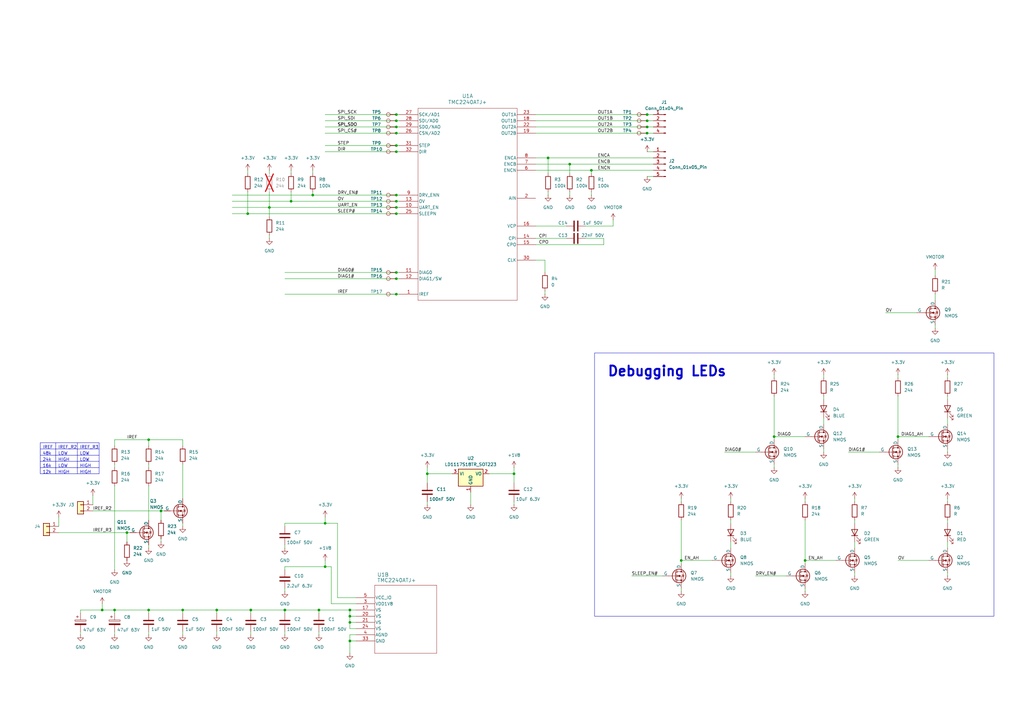
<source format=kicad_sch>
(kicad_sch (version 20250114) (generator "eeschema") (generator_version "9.0")
  (paper "A3")
  (rectangle (start 243.84 144.78) (end 407.67 252.73))
  (text "Debugging LEDs" (at 273.558 152.4 0) (effects (font (size 4 4) (thickness 0.8) (bold yes))))
  (junction (at 119.38 82.55))
  (junction (at 162.56 87.63))
  (junction (at 265.43 49.53))
  (junction (at 210.82 194.31))
  (junction (at 265.3906 54.61))
  (junction (at 162.5521 120.65))
  (junction (at 101.6 87.63))
  (junction (at 60.96 250.19))
  (junction (at 143.51 250.19))
  (junction (at 110.49 85.09))
  (junction (at 233.68 67.31))
  (junction (at 162.56 62.23))
  (junction (at 279.4 229.87))
  (junction (at 175.26 194.31))
  (junction (at 133.35 232.41))
  (junction (at 317.5 179.07))
  (junction (at 102.87 250.19))
  (junction (at 162.56 111.76))
  (junction (at 368.3 179.07))
  (junction (at 265.43 46.99))
  (junction (at 41.91 250.19))
  (junction (at 162.56 80.01))
  (junction (at 330.2 229.87))
  (junction (at 162.56 49.53))
  (junction (at 162.56 114.3))
  (junction (at 162.56 85.09))
  (junction (at 162.56 54.61))
  (junction (at 46.99 250.19))
  (junction (at 128.27 80.01))
  (junction (at 60.96 180.34))
  (junction (at 130.81 250.19))
  (junction (at 88.9 250.19))
  (junction (at 224.79 64.77))
  (junction (at 162.56 46.99))
  (junction (at 66.04 209.55))
  (junction (at 133.35 214.63))
  (junction (at 143.51 262.89))
  (junction (at 162.56 59.69))
  (junction (at 116.84 250.19))
  (junction (at 162.56 52.07))
  (junction (at 143.51 252.73))
  (junction (at 74.93 250.19))
  (junction (at 52.07 218.44))
  (junction (at 242.57 69.85))
  (junction (at 265.43 52.07))
  (junction (at 143.51 255.27))
  (junction (at 162.56 82.55))
  (wire (pts (xy 143.51 252.73) (xy 143.51 255.27)))
  (wire (pts (xy 317.5 179.07) (xy 317.5 180.34)))
  (wire (pts (xy 52.07 218.44) (xy 52.07 222.25)))
  (wire (pts (xy 143.51 257.81) (xy 146.05 257.81)))
  (wire (pts (xy 317.5 153.67) (xy 317.5 154.94)))
  (wire (pts (xy 210.82 205.74) (xy 210.82 207.01)))
  (wire (pts (xy 88.9 250.19) (xy 88.9 251.46)))
  (wire (pts (xy 347.98 185.42) (xy 360.68 185.42)))
  (wire (pts (xy 175.26 205.74) (xy 175.26 207.01)))
  (wire (pts (xy 133.35 52.07) (xy 162.56 52.07)))
  (wire (pts (xy 116.84 250.19) (xy 116.84 251.46)))
  (wire (pts (xy 24.13 212.09) (xy 24.13 215.9)))
  (wire (pts (xy 224.79 64.77) (xy 267.97 64.77)))
  (wire (pts (xy 265.3906 54.61) (xy 267.97 54.61)))
  (wire (pts (xy 130.81 250.19) (xy 130.81 251.46)))
  (wire (pts (xy 133.35 62.23) (xy 162.56 62.23)))
  (wire (pts (xy 74.93 250.19) (xy 74.93 251.46)))
  (wire (pts (xy 279.4 229.87) (xy 279.4 231.14)))
  (wire (pts (xy 133.35 214.63) (xy 138.43 214.63)))
  (wire (pts (xy 110.49 69.85) (xy 110.49 71.12)))
  (wire (pts (xy 368.3 179.07) (xy 368.3 180.34)))
  (wire (pts (xy 135.89 247.65) (xy 146.05 247.65)))
  (wire (pts (xy 41.91 250.19) (xy 46.99 250.19)))
  (wire (pts (xy 133.35 229.87) (xy 133.35 232.41)))
  (wire (pts (xy 175.26 198.12) (xy 175.26 194.31)))
  (wire (pts (xy 60.96 250.19) (xy 74.93 250.19)))
  (wire (pts (xy 33.02 250.19) (xy 33.02 251.46)))
  (wire (pts (xy 110.49 78.74) (xy 110.49 85.09)))
  (wire (pts (xy 74.93 180.34) (xy 74.93 182.88)))
  (wire (pts (xy 102.87 250.19) (xy 116.84 250.19)))
  (wire (pts (xy 162.56 114.3) (xy 163.83 114.3)))
  (wire (pts (xy 38.1 209.55) (xy 66.04 209.55)))
  (wire (pts (xy 233.68 67.31) (xy 267.97 67.31)))
  (wire (pts (xy 388.62 162.56) (xy 388.62 163.83)))
  (wire (pts (xy 101.6 69.85) (xy 101.6 71.12)))
  (wire (pts (xy 60.96 180.34) (xy 74.93 180.34)))
  (wire (pts (xy 88.9 259.08) (xy 88.9 260.35)))
  (wire (pts (xy 388.62 222.25) (xy 388.62 224.79)))
  (wire (pts (xy 299.72 213.36) (xy 299.72 214.63)))
  (wire (pts (xy 133.35 54.61) (xy 162.56 54.61)))
  (wire (pts (xy 60.96 250.19) (xy 60.96 251.46)))
  (wire (pts (xy 116.84 232.41) (xy 133.35 232.41)))
  (wire (pts (xy 128.27 80.01) (xy 162.56 80.01)))
  (wire (pts (xy 133.35 49.53) (xy 162.56 49.53)))
  (wire (pts (xy 242.57 69.85) (xy 267.97 69.85)))
  (wire (pts (xy 162.56 46.99) (xy 163.83 46.99)))
  (wire (pts (xy 138.43 245.11) (xy 146.05 245.11)))
  (wire (pts (xy 317.5 190.5) (xy 317.5 191.77)))
  (wire (pts (xy 74.93 214.63) (xy 74.93 215.9)))
  (wire (pts (xy 135.89 232.41) (xy 135.89 247.65)))
  (wire (pts (xy 95.25 87.63) (xy 101.6 87.63)))
  (wire (pts (xy 162.5521 120.65) (xy 163.83 120.65)))
  (wire (pts (xy 219.71 54.61) (xy 265.3906 54.61)))
  (wire (pts (xy 350.52 204.47) (xy 350.52 205.74)))
  (wire (pts (xy 116.84 232.41) (xy 116.84 233.68)))
  (wire (pts (xy 388.62 171.45) (xy 388.62 173.99)))
  (wire (pts (xy 175.26 194.31) (xy 185.42 194.31)))
  (wire (pts (xy 130.81 250.19) (xy 143.51 250.19)))
  (wire (pts (xy 46.99 180.34) (xy 60.96 180.34)))
  (wire (pts (xy 116.84 111.76) (xy 162.56 111.76)))
  (wire (pts (xy 95.25 82.55) (xy 119.38 82.55)))
  (wire (pts (xy 251.46 90.17) (xy 251.46 92.71)))
  (wire (pts (xy 223.52 106.68) (xy 219.71 106.68)))
  (wire (pts (xy 388.62 234.95) (xy 388.62 236.22)))
  (wire (pts (xy 110.49 85.09) (xy 110.49 88.9)))
  (wire (pts (xy 33.02 250.19) (xy 41.91 250.19)))
  (wire (pts (xy 143.51 262.89) (xy 143.51 267.97)))
  (wire (pts (xy 299.72 222.25) (xy 299.72 224.79)))
  (wire (pts (xy 60.96 180.34) (xy 60.96 182.88)))
  (wire (pts (xy 119.38 69.85) (xy 119.38 71.12)))
  (wire (pts (xy 330.2 241.3) (xy 330.2 242.57)))
  (wire (pts (xy 368.3 179.07) (xy 381 179.07)))
  (wire (pts (xy 337.82 162.56) (xy 337.82 163.83)))
  (wire (pts (xy 330.2 213.36) (xy 330.2 229.87)))
  (wire (pts (xy 219.71 46.99) (xy 265.43 46.99)))
  (wire (pts (xy 330.2 229.87) (xy 330.2 231.14)))
  (wire (pts (xy 128.27 78.74) (xy 128.27 80.01)))
  (wire (pts (xy 317.5 179.07) (xy 330.2 179.07)))
  (wire (pts (xy 116.84 259.08) (xy 116.84 260.35)))
  (wire (pts (xy 267.97 62.23) (xy 265.43 62.23)))
  (wire (pts (xy 162.56 49.53) (xy 163.83 49.53)))
  (wire (pts (xy 128.27 69.85) (xy 128.27 71.12)))
  (wire (pts (xy 233.68 78.74) (xy 233.68 80.01)))
  (wire (pts (xy 240.03 97.79) (xy 247.65 97.79)))
  (wire (pts (xy 162.56 54.61) (xy 163.83 54.61)))
  (wire (pts (xy 74.93 250.19) (xy 88.9 250.19)))
  (wire (pts (xy 317.5 162.56) (xy 317.5 179.07)))
  (wire (pts (xy 247.65 100.33) (xy 219.71 100.33)))
  (wire (pts (xy 210.82 191.77) (xy 210.82 194.31)))
  (wire (pts (xy 146.05 260.35) (xy 143.51 260.35)))
  (wire (pts (xy 60.96 259.08) (xy 60.96 260.35)))
  (wire (pts (xy 219.71 52.07) (xy 265.43 52.07)))
  (wire (pts (xy 224.79 64.77) (xy 224.79 71.12)))
  (wire (pts (xy 388.62 184.15) (xy 388.62 185.42)))
  (wire (pts (xy 102.87 259.08) (xy 102.87 260.35)))
  (wire (pts (xy 363.22 128.27) (xy 375.92 128.27)))
  (wire (pts (xy 265.43 46.99) (xy 267.97 46.99)))
  (wire (pts (xy 388.62 213.36) (xy 388.62 214.63)))
  (wire (pts (xy 224.79 78.74) (xy 224.79 80.01)))
  (wire (pts (xy 46.99 250.19) (xy 60.96 250.19)))
  (wire (pts (xy 350.52 234.95) (xy 350.52 236.22)))
  (wire (pts (xy 74.93 259.08) (xy 74.93 260.35)))
  (wire (pts (xy 101.6 78.74) (xy 101.6 87.63)))
  (wire (pts (xy 60.96 199.39) (xy 60.96 213.36)))
  (wire (pts (xy 223.52 119.38) (xy 223.52 120.65)))
  (wire (pts (xy 46.99 250.19) (xy 46.99 251.46)))
  (wire (pts (xy 102.87 250.19) (xy 102.87 251.46)))
  (wire (pts (xy 143.51 250.19) (xy 146.05 250.19)))
  (wire (pts (xy 130.81 259.08) (xy 130.81 260.35)))
  (wire (pts (xy 350.52 213.36) (xy 350.52 214.63)))
  (wire (pts (xy 110.49 85.09) (xy 162.56 85.09)))
  (wire (pts (xy 219.71 49.53) (xy 265.43 49.53)))
  (wire (pts (xy 119.38 82.55) (xy 162.56 82.55)))
  (wire (pts (xy 143.51 252.73) (xy 146.05 252.73)))
  (wire (pts (xy 46.99 190.5) (xy 46.99 191.77)))
  (wire (pts (xy 242.57 78.74) (xy 242.57 80.01)))
  (wire (pts (xy 41.91 247.65) (xy 41.91 250.19)))
  (wire (pts (xy 116.84 214.63) (xy 133.35 214.63)))
  (wire (pts (xy 223.52 111.76) (xy 223.52 106.68)))
  (wire (pts (xy 116.84 214.63) (xy 116.84 215.9)))
  (wire (pts (xy 219.71 67.31) (xy 233.68 67.31)))
  (wire (pts (xy 299.72 204.47) (xy 299.72 205.74)))
  (wire (pts (xy 383.54 120.65) (xy 383.54 123.19)))
  (wire (pts (xy 116.84 241.3) (xy 116.84 242.57)))
  (wire (pts (xy 265.43 49.53) (xy 267.97 49.53)))
  (wire (pts (xy 240.03 92.71) (xy 251.46 92.71)))
  (wire (pts (xy 95.25 80.01) (xy 128.27 80.01)))
  (wire (pts (xy 52.07 218.44) (xy 53.34 218.44)))
  (wire (pts (xy 60.96 190.5) (xy 60.96 191.77)))
  (wire (pts (xy 383.54 110.49) (xy 383.54 113.03)))
  (wire (pts (xy 46.99 182.88) (xy 46.99 180.34)))
  (wire (pts (xy 297.18 185.42) (xy 309.88 185.42)))
  (wire (pts (xy 368.3 229.87) (xy 381 229.87)))
  (wire (pts (xy 337.82 153.67) (xy 337.82 154.94)))
  (wire (pts (xy 101.6 87.63) (xy 162.56 87.63)))
  (wire (pts (xy 299.72 234.95) (xy 299.72 236.22)))
  (wire (pts (xy 162.56 59.69) (xy 163.83 59.69)))
  (wire (pts (xy 95.25 85.09) (xy 110.49 85.09)))
  (wire (pts (xy 388.62 204.47) (xy 388.62 205.74)))
  (wire (pts (xy 162.56 87.63) (xy 163.83 87.63)))
  (wire (pts (xy 116.84 250.19) (xy 130.81 250.19)))
  (wire (pts (xy 143.51 255.27) (xy 146.05 255.27)))
  (wire (pts (xy 46.99 259.08) (xy 46.99 260.35)))
  (wire (pts (xy 309.88 236.22) (xy 322.58 236.22)))
  (wire (pts (xy 242.57 69.85) (xy 242.57 71.12)))
  (wire (pts (xy 330.2 229.87) (xy 342.9 229.87)))
  (wire (pts (xy 116.84 223.52) (xy 116.84 224.79)))
  (wire (pts (xy 143.51 255.27) (xy 143.51 257.81)))
  (wire (pts (xy 383.54 133.35) (xy 383.54 134.62)))
  (wire (pts (xy 219.71 97.79) (xy 232.41 97.79)))
  (wire (pts (xy 388.62 153.67) (xy 388.62 154.94)))
  (wire (pts (xy 233.68 67.31) (xy 233.68 71.12)))
  (wire (pts (xy 265.43 72.39) (xy 267.97 72.39)))
  (wire (pts (xy 119.38 78.74) (xy 119.38 82.55)))
  (wire (pts (xy 38.1 203.2) (xy 38.1 207.01)))
  (wire (pts (xy 46.99 199.39) (xy 46.99 233.68)))
  (wire (pts (xy 368.3 153.67) (xy 368.3 154.94)))
  (wire (pts (xy 133.35 212.09) (xy 133.35 214.63)))
  (wire (pts (xy 133.35 232.41) (xy 135.89 232.41)))
  (wire (pts (xy 330.2 204.47) (xy 330.2 205.74)))
  (wire (pts (xy 279.4 229.87) (xy 292.1 229.87)))
  (wire (pts (xy 138.43 214.63) (xy 138.43 245.11)))
  (wire (pts (xy 66.04 220.98) (xy 66.04 222.25)))
  (wire (pts (xy 162.56 111.76) (xy 163.83 111.76)))
  (wire (pts (xy 350.52 222.25) (xy 350.52 224.79)))
  (wire (pts (xy 66.04 209.55) (xy 67.31 209.55)))
  (wire (pts (xy 143.51 250.19) (xy 143.51 252.73)))
  (wire (pts (xy 259.08 236.22) (xy 271.78 236.22)))
  (wire (pts (xy 162.56 80.01) (xy 163.83 80.01)))
  (wire (pts (xy 162.56 82.55) (xy 163.83 82.55)))
  (wire (pts (xy 116.84 120.65) (xy 162.5521 120.65)))
  (wire (pts (xy 210.82 198.12) (xy 210.82 194.31)))
  (wire (pts (xy 133.35 46.99) (xy 162.56 46.99)))
  (wire (pts (xy 110.49 96.52) (xy 110.49 97.79)))
  (wire (pts (xy 162.56 85.09) (xy 163.83 85.09)))
  (wire (pts (xy 337.82 171.45) (xy 337.82 173.99)))
  (wire (pts (xy 24.13 218.44) (xy 52.07 218.44)))
  (wire (pts (xy 219.71 92.71) (xy 232.41 92.71)))
  (wire (pts (xy 368.3 190.5) (xy 368.3 191.77)))
  (wire (pts (xy 279.4 241.3) (xy 279.4 242.57)))
  (wire (pts (xy 74.93 190.5) (xy 74.93 204.47)))
  (wire (pts (xy 337.82 184.15) (xy 337.82 185.42)))
  (wire (pts (xy 133.35 59.69) (xy 162.56 59.69)))
  (wire (pts (xy 116.84 114.3) (xy 162.56 114.3)))
  (wire (pts (xy 210.82 194.31) (xy 200.66 194.31)))
  (wire (pts (xy 66.04 209.55) (xy 66.04 213.36)))
  (wire (pts (xy 247.65 97.79) (xy 247.65 100.33)))
  (wire (pts (xy 33.02 259.08) (xy 33.02 260.35)))
  (wire (pts (xy 193.04 201.93) (xy 193.04 207.01)))
  (wire (pts (xy 219.71 69.85) (xy 242.57 69.85)))
  (wire (pts (xy 162.56 52.07) (xy 163.83 52.07)))
  (wire (pts (xy 279.4 204.47) (xy 279.4 205.74)))
  (wire (pts (xy 219.71 64.77) (xy 224.79 64.77)))
  (wire (pts (xy 143.51 262.89) (xy 146.05 262.89)))
  (wire (pts (xy 265.43 52.07) (xy 267.97 52.07)))
  (wire (pts (xy 279.4 213.36) (xy 279.4 229.87)))
  (wire (pts (xy 60.96 223.52) (xy 60.96 224.79)))
  (wire (pts (xy 88.9 250.19) (xy 102.87 250.19)))
  (wire (pts (xy 162.56 62.23) (xy 163.83 62.23)))
  (wire (pts (xy 175.26 191.77) (xy 175.26 194.31)))
  (wire (pts (xy 368.3 162.56) (xy 368.3 179.07)))
  (wire (pts (xy 143.51 260.35) (xy 143.51 262.89)))
  (table (column_count 3) (border (external yes) (header yes)) (separators (rows yes) (cols yes)) (column_widths 6.35 8.89 8.89) (row_heights 2.54 2.54 2.54 2.54 2.54) (cells (table_cell "IREF" (at 16.51 181.61 0) (size 6.35 2.54) (margins 0.9525 0.9525 0.9525 0.9525) (span 1 1)) (table_cell "IREF_R2" (at 22.86 181.61 0) (size 8.89 2.54) (margins 0.9525 0.9525 0.9525 0.9525) (span 1 1)) (table_cell "IREF_R3" (at 31.75 181.61 0) (size 8.89 2.54) (margins 0.9525 0.9525 0.9525 0.9525) (span 1 1)) (table_cell "48k" (at 16.51 184.15 0) (size 6.35 2.54) (margins 0.9525 0.9525 0.9525 0.9525) (span 1 1)) (table_cell "LOW" (at 22.86 184.15 0) (size 8.89 2.54) (margins 0.9525 0.9525 0.9525 0.9525) (span 1 1)) (table_cell "LOW" (at 31.75 184.15 0) (size 8.89 2.54) (margins 0.9525 0.9525 0.9525 0.9525) (span 1 1)) (table_cell "24k" (at 16.51 186.69 0) (size 6.35 2.54) (margins 0.9525 0.9525 0.9525 0.9525) (span 1 1)) (table_cell "HIGH" (at 22.86 186.69 0) (size 8.89 2.54) (margins 0.9525 0.9525 0.9525 0.9525) (span 1 1)) (table_cell "LOW" (at 31.75 186.69 0) (size 8.89 2.54) (margins 0.9525 0.9525 0.9525 0.9525) (span 1 1)) (table_cell "16k" (at 16.51 189.23 0) (size 6.35 2.54) (margins 0.9525 0.9525 0.9525 0.9525) (span 1 1)) (table_cell "LOW" (at 22.86 189.23 0) (size 8.89 2.54) (margins 0.9525 0.9525 0.9525 0.9525) (span 1 1)) (table_cell "HIGH" (at 31.75 189.23 0) (size 8.89 2.54) (margins 0.9525 0.9525 0.9525 0.9525) (span 1 1)) (table_cell "12k" (at 16.51 191.77 0) (size 6.35 2.54) (margins 0.9525 0.9525 0.9525 0.9525) (span 1 1)) (table_cell "HIGH" (at 22.86 191.77 0) (size 8.89 2.54) (margins 0.9525 0.9525 0.9525 0.9525) (span 1 1)) (table_cell "HIGH" (at 31.75 191.77 0) (size 8.89 2.54) (margins 0.9525 0.9525 0.9525 0.9525) (span 1 1))))
  (label "DIR" (at 138.43 62.23 0))
  (label "OUT2B" (at 245.11 54.61 0))
  (label "SPI_SDO" (at 138.43 52.07 0))
  (label "DIAG1_AH" (at 369.57 179.07 0))
  (label "SPI_CS#" (at 138.43 54.61 0))
  (label "CPI" (at 220.98 97.79 0))
  (label "SPI_SCK" (at 138.43 46.99 0))
  (label "ENCA" (at 245.11 64.77 0))
  (label "DIAG1#" (at 138.43 114.3 0))
  (label "IREF_R2" (at 38.1 209.55 0))
  (label "IREF" (at 138.43 120.65 0))
  (label "ENCB" (at 245.11 67.31 0))
  (label "IREF" (at 52.07 180.34 0))
  (label "OUT1A" (at 245.11 46.99 0))
  (label "UART_EN" (at 138.43 85.09 0))
  (label "OV" (at 368.3 229.87 0))
  (label "SLEEP#" (at 138.43 87.63 0))
  (label "SLEEP_EN#" (at 259.08 236.22 0))
  (label "IREF_R3" (at 38.1 218.44 0))
  (label "ENCN" (at 245.11 69.85 0))
  (label "OUT1B" (at 245.11 49.53 0))
  (label "DIAG1#" (at 347.98 185.42 0))
  (label "SPI_SDI" (at 138.43 49.53 0))
  (label "OV" (at 138.43 82.55 0))
  (label "DIAG0#" (at 297.18 185.42 0))
  (label "DIAG0" (at 318.77 179.07 0))
  (label "DIAG0#" (at 138.43 111.76 0))
  (label "EN_AH" (at 280.67 229.87 0))
  (label "DRV_EN#" (at 138.43 80.01 0))
  (label "OV" (at 363.22 128.27 0))
  (label "CPO" (at 220.98 100.33 0))
  (label "DRV_EN#" (at 309.88 236.22 0))
  (label "OUT2A" (at 245.11 52.07 0))
  (label "SPI_SDO" (at 138.43 52.07 0))
  (label "EN_AH" (at 331.47 229.87 0))
  (label "STEP" (at 138.43 59.69 0))
  (symbol (lib_id "Simulation_SPICE:NMOS") (at 335.28 179.07 0) (unit 1)
    (property "Reference" "Q12" (at 341.63 177.7999 0) (effects (justify left)))
    (property "Value" "NMOS" (at 341.63 180.3399 0) (effects (justify left)))
    (property "Datasheet" "https://ngspice.sourceforge.io/docs/ngspice-html-manual/manual.xhtml#cha_MOSFETs" (effects (hide yes)))
    (property "Description" "N-MOSFET transistor, drain/source/gate" (effects (hide yes)))
    (property "Sim.Device" "NMOS" (effects (hide yes)))
    (property "Sim.Type" "VDMOS" (effects (hide yes)))
    (property "Sim.Pins" "1=D 2=G 3=S" (effects (hide yes)))
  )
  (symbol (lib_id "Device:C") (at 236.22 97.79 90) (unit 1)
    (property "Reference" "C13" (at 230.886 96.52 90))
    (property "Value" "22nF 50V" (at 243.078 96.52 90))
    (property "Description" "Unpolarized capacitor" (effects (hide yes)))
  )
  (symbol (lib_id "Device:R") (at 52.07 226.06 0) (unit 1)
    (property "Reference" "R22" (at 54.61 224.7899 0) (effects (justify left)))
    (property "Value" "24k" (at 54.61 227.3299 0) (effects (justify left)))
    (property "Description" "Resistor" (effects (hide yes)))
  )
  (symbol (lib_id "Connector:TestPoint") (at 162.56 59.69 90) (unit 1)
    (property "Reference" "TP9" (at 154.432 58.674 90))
    (property "Value" "TestPoint" (effects (hide yes)))
    (property "Description" "test point" (effects (hide yes)))
  )
  (symbol (lib_id "Device:C") (at 102.87 255.27 0) (unit 1)
    (property "Reference" "C3" (at 106.68 253.9999 0) (effects (justify left)))
    (property "Value" "100nF 50V" (at 103.632 258.064 0) (effects (justify left)))
    (property "Description" "Unpolarized capacitor" (effects (hide yes)))
  )
  (symbol (lib_id "power:GND") (at 116.84 260.35 0) (unit 1)
    (property "Reference" "#PWR03" (effects (hide yes)))
    (property "Value" "GND" (at 116.84 265.43 0))
    (property "Description" "Power symbol creates a global label with name \"GND\" , ground" (effects (hide yes)))
  )
  (symbol (lib_id "Connector:TestPoint") (at 162.56 46.99 90) (unit 1)
    (property "Reference" "TP5" (at 154.432 45.974 90))
    (property "Value" "TestPoint" (effects (hide yes)))
    (property "Description" "test point" (effects (hide yes)))
  )
  (symbol (lib_id "power:GND") (at 193.04 207.01 0) (unit 1)
    (property "Reference" "#PWR052" (effects (hide yes)))
    (property "Value" "GND" (at 193.04 212.09 0))
    (property "Description" "Power symbol creates a global label with name \"GND\" , ground" (effects (hide yes)))
  )
  (symbol (lib_id "Device:R") (at 383.54 116.84 0) (unit 1)
    (property "Reference" "R21" (at 386.08 115.5699 0) (effects (justify left)))
    (property "Value" "R" (at 386.08 118.1099 0) (effects (justify left)))
    (property "Description" "Resistor" (effects (hide yes)))
  )
  (symbol (lib_id "power:+3.3V") (at 368.3 153.67 0) (unit 1)
    (property "Reference" "#PWR046" (effects (hide yes)))
    (property "Value" "+3.3V" (at 368.3 148.59 0))
    (property "Description" "Power symbol creates a global label with name \"+3.3V\"" (effects (hide yes)))
  )
  (symbol (lib_id "power:GND") (at 143.51 267.97 0) (unit 1)
    (property "Reference" "#PWR01" (effects (hide yes)))
    (property "Value" "GND" (at 143.51 273.05 0))
    (property "Description" "Power symbol creates a global label with name \"GND\" , ground" (effects (hide yes)))
  )
  (symbol (lib_id "Device:R") (at 350.52 209.55 0) (unit 1)
    (property "Reference" "R7" (at 353.06 208.2799 0) (effects (justify left)))
    (property "Value" "R" (at 353.06 210.8199 0) (effects (justify left)))
    (property "Description" "Resistor" (effects (hide yes)))
  )
  (symbol (lib_id "power:GND") (at 66.04 222.25 0) (unit 1)
    (property "Reference" "#PWR040" (effects (hide yes)))
    (property "Value" "GND" (at 66.04 227.33 0))
    (property "Description" "Power symbol creates a global label with name \"GND\" , ground" (effects (hide yes)))
  )
  (symbol (lib_id "Device:C") (at 116.84 219.71 0) (unit 1)
    (property "Reference" "C7" (at 120.65 218.4399 0) (effects (justify left)))
    (property "Value" "100nF 50V" (at 117.602 222.504 0) (effects (justify left)))
    (property "Description" "Unpolarized capacitor" (effects (hide yes)))
  )
  (symbol (lib_id "Connector:TestPoint") (at 162.56 82.55 90) (unit 1)
    (property "Reference" "TP12" (at 154.432 81.534 90))
    (property "Value" "TestPoint" (effects (hide yes)))
    (property "Description" "test point" (effects (hide yes)))
  )
  (symbol (lib_id "Device:LED") (at 337.82 167.64 90) (unit 1)
    (property "Reference" "D4" (at 341.63 167.9574 90) (effects (justify right)))
    (property "Value" "BLUE" (at 341.63 170.4974 90) (effects (justify right)))
    (property "Description" "Light emitting diode" (effects (hide yes)))
    (property "Sim.Pins" "1=K 2=A" (effects (hide yes)))
  )
  (symbol (lib_id "Connector_Generic:Conn_01x02") (at 33.02 207.01 0) (mirror y) (unit 1)
    (property "Reference" "J3" (at 30.48 207.0099 0) (effects (justify left)))
    (property "Value" "Conn_01x02" (effects (hide yes)))
    (property "Description" "Generic connector, single row, 01x02, script generated (kicad-library-utils/schlib/autogen/connector/)" (effects (hide yes)))
  )
  (symbol (lib_id "Device:R") (at 101.6 74.93 0) (unit 1)
    (property "Reference" "R12" (at 104.14 73.6599 0) (effects (justify left)))
    (property "Value" "24k" (at 104.14 76.1999 0) (effects (justify left)))
    (property "Description" "Resistor" (effects (hide yes)))
  )
  (symbol (lib_id "Device:R") (at 74.93 186.69 0) (unit 1)
    (property "Reference" "R15" (at 77.47 185.4199 0) (effects (justify left)))
    (property "Value" "24k" (at 77.47 187.9599 0) (effects (justify left)))
    (property "Description" "Resistor" (effects (hide yes)))
  )
  (symbol (lib_id "Device:C") (at 88.9 255.27 0) (unit 1)
    (property "Reference" "C4" (at 92.71 253.9999 0) (effects (justify left)))
    (property "Value" "100nF 50V" (at 89.662 258.064 0) (effects (justify left)))
    (property "Description" "Unpolarized capacitor" (effects (hide yes)))
  )
  (symbol (lib_id "Device:C") (at 116.84 237.49 0) (unit 1)
    (property "Reference" "C10" (at 120.65 236.2199 0) (effects (justify left)))
    (property "Value" "2.2uF 6.3V" (at 117.602 240.284 0) (effects (justify left)))
    (property "Description" "Unpolarized capacitor" (effects (hide yes)))
  )
  (symbol (lib_id "power:GND") (at 233.68 80.01 0) (unit 1)
    (property "Reference" "#PWR017" (effects (hide yes)))
    (property "Value" "GND" (at 233.68 85.09 0))
    (property "Description" "Power symbol creates a global label with name \"GND\" , ground" (effects (hide yes)))
  )
  (symbol (lib_id "Simulation_SPICE:NMOS") (at 365.76 185.42 0) (unit 1)
    (property "Reference" "Q13" (at 372.11 184.1499 0) (effects (justify left)))
    (property "Value" "NMOS" (at 372.11 186.6899 0) (effects (justify left)))
    (property "Datasheet" "https://ngspice.sourceforge.io/docs/ngspice-html-manual/manual.xhtml#cha_MOSFETs" (effects (hide yes)))
    (property "Description" "N-MOSFET transistor, drain/source/gate" (effects (hide yes)))
    (property "Sim.Device" "NMOS" (effects (hide yes)))
    (property "Sim.Type" "VDMOS" (effects (hide yes)))
    (property "Sim.Pins" "1=D 2=G 3=S" (effects (hide yes)))
  )
  (symbol (lib_id "Device:C") (at 175.26 201.93 0) (unit 1)
    (property "Reference" "C11" (at 179.07 200.6599 0) (effects (justify left)))
    (property "Value" "100nF 50V" (at 176.022 204.724 0) (effects (justify left)))
    (property "Description" "Unpolarized capacitor" (effects (hide yes)))
  )
  (symbol (lib_id "Device:R") (at 337.82 158.75 0) (unit 1)
    (property "Reference" "R25" (at 340.36 157.4799 0) (effects (justify left)))
    (property "Value" "R" (at 340.36 160.0199 0) (effects (justify left)))
    (property "Description" "Resistor" (effects (hide yes)))
  )
  (symbol (lib_id "power:+3.3V") (at 175.26 191.77 0) (unit 1)
    (property "Reference" "#PWR053" (effects (hide yes)))
    (property "Value" "+3.3V" (at 175.26 186.69 0))
    (property "Description" "Power symbol creates a global label with name \"+3.3V\"" (effects (hide yes)))
  )
  (symbol (lib_id "Simulation_SPICE:NMOS") (at 58.42 218.44 0) (unit 1)
    (property "Reference" "Q11" (at 48.006 214.122 0) (effects (justify left)))
    (property "Value" "NMOS" (at 48.006 216.662 0) (effects (justify left)))
    (property "Datasheet" "https://ngspice.sourceforge.io/docs/ngspice-html-manual/manual.xhtml#cha_MOSFETs" (effects (hide yes)))
    (property "Description" "N-MOSFET transistor, drain/source/gate" (effects (hide yes)))
    (property "Sim.Device" "NMOS" (effects (hide yes)))
    (property "Sim.Type" "VDMOS" (effects (hide yes)))
    (property "Sim.Pins" "1=D 2=G 3=S" (effects (hide yes)))
  )
  (symbol (lib_id "Device:C_Polarized") (at 46.99 255.27 0) (unit 1)
    (property "Reference" "C8" (at 50.8 253.1109 0) (effects (justify left)))
    (property "Value" "47uF 63V" (at 48.006 258.318 0) (effects (justify left)))
    (property "Description" "Polarized capacitor" (effects (hide yes)))
  )
  (symbol (lib_id "power:+1V8") (at 133.35 229.87 0) (unit 1)
    (property "Reference" "#PWR08" (effects (hide yes)))
    (property "Value" "+1V8" (at 133.35 224.79 0))
    (property "Description" "Power symbol creates a global label with name \"+1V8\"" (effects (hide yes)))
  )
  (symbol (lib_id "power:GND") (at 175.26 207.01 0) (unit 1)
    (property "Reference" "#PWR050" (effects (hide yes)))
    (property "Value" "GND" (at 175.26 212.09 0))
    (property "Description" "Power symbol creates a global label with name \"GND\" , ground" (effects (hide yes)))
  )
  (symbol (lib_id "Connector:TestPoint") (at 162.56 52.07 90) (unit 1)
    (property "Reference" "TP7" (at 154.432 51.054 90))
    (property "Value" "TestPoint" (effects (hide yes)))
    (property "Description" "test point" (effects (hide yes)))
  )
  (symbol (lib_id "Device:R") (at 224.79 74.93 0) (unit 1)
    (property "Reference" "R3" (at 227.33 73.6599 0) (effects (justify left)))
    (property "Value" "100k" (at 227.33 76.1999 0) (effects (justify left)))
    (property "Description" "Resistor" (effects (hide yes)))
  )
  (symbol (lib_id "power:GND") (at 74.93 215.9 0) (unit 1)
    (property "Reference" "#PWR037" (effects (hide yes)))
    (property "Value" "GND" (at 74.93 220.98 0))
    (property "Description" "Power symbol creates a global label with name \"GND\" , ground" (effects (hide yes)))
  )
  (symbol (lib_id "Device:R") (at 119.38 74.93 0) (unit 1)
    (property "Reference" "R9" (at 121.92 73.6599 0) (effects (justify left)))
    (property "Value" "24k" (at 121.92 76.1999 0) (effects (justify left)))
    (property "Description" "Resistor" (effects (hide yes)))
  )
  (symbol (lib_id "power:+3.3V") (at 299.72 204.47 0) (unit 1)
    (property "Reference" "#PWR034" (effects (hide yes)))
    (property "Value" "+3.3V" (at 299.72 199.39 0))
    (property "Description" "Power symbol creates a global label with name \"+3.3V\"" (effects (hide yes)))
  )
  (symbol (lib_id "Device:C") (at 74.93 255.27 0) (unit 1)
    (property "Reference" "C5" (at 78.74 253.9999 0) (effects (justify left)))
    (property "Value" "1uF 50V" (at 75.946 258.064 0) (effects (justify left)))
    (property "Description" "Unpolarized capacitor" (effects (hide yes)))
  )
  (symbol (lib_id "Device:R") (at 60.96 186.69 0) (unit 1)
    (property "Reference" "R14" (at 63.5 185.4199 0) (effects (justify left)))
    (property "Value" "24k" (at 63.5 187.9599 0) (effects (justify left)))
    (property "Description" "Resistor" (effects (hide yes)))
  )
  (symbol (lib_id "Connector:TestPoint") (at 162.56 87.63 90) (unit 1)
    (property "Reference" "TP14" (at 154.432 86.614 90))
    (property "Value" "TestPoint" (effects (hide yes)))
    (property "Description" "test point" (effects (hide yes)))
  )
  (symbol (lib_id "power:GND") (at 388.62 185.42 0) (unit 1)
    (property "Reference" "#PWR049" (effects (hide yes)))
    (property "Value" "GND" (at 388.62 190.5 0))
    (property "Description" "Power symbol creates a global label with name \"GND\" , ground" (effects (hide yes)))
  )
  (symbol (lib_id "power:GND") (at 223.52 120.65 0) (unit 1)
    (property "Reference" "#PWR057" (effects (hide yes)))
    (property "Value" "GND" (at 223.52 125.73 0))
    (property "Description" "Power symbol creates a global label with name \"GND\" , ground" (effects (hide yes)))
  )
  (symbol (lib_id "Simulation_SPICE:NMOS") (at 72.39 209.55 0) (unit 1)
    (property "Reference" "Q3" (at 61.468 205.486 0) (effects (justify left)))
    (property "Value" "NMOS" (at 61.468 208.026 0) (effects (justify left)))
    (property "Datasheet" "https://ngspice.sourceforge.io/docs/ngspice-html-manual/manual.xhtml#cha_MOSFETs" (effects (hide yes)))
    (property "Description" "N-MOSFET transistor, drain/source/gate" (effects (hide yes)))
    (property "Sim.Device" "NMOS" (effects (hide yes)))
    (property "Sim.Type" "VDMOS" (effects (hide yes)))
    (property "Sim.Pins" "1=D 2=G 3=S" (effects (hide yes)))
  )
  (symbol (lib_id "power:GND") (at 52.07 229.87 0) (unit 1)
    (property "Reference" "#PWR041" (effects (hide yes)))
    (property "Value" "GND" (at 52.07 234.95 0))
    (property "Description" "Power symbol creates a global label with name \"GND\" , ground" (effects (hide yes)))
  )
  (symbol (lib_id "Connector:Conn_01x04_Pin") (at 273.05 49.53 0) (mirror y) (unit 1)
    (property "Reference" "J1" (at 272.415 41.91 0))
    (property "Value" "Conn_01x04_Pin" (at 272.415 44.45 0))
    (property "Description" "Generic connector, single row, 01x04, script generated" (effects (hide yes)))
  )
  (symbol (lib_id "power:GND") (at 210.82 207.01 0) (unit 1)
    (property "Reference" "#PWR051" (effects (hide yes)))
    (property "Value" "GND" (at 210.82 212.09 0))
    (property "Description" "Power symbol creates a global label with name \"GND\" , ground" (effects (hide yes)))
  )
  (symbol (lib_id "power:GND") (at 350.52 236.22 0) (unit 1)
    (property "Reference" "#PWR022" (effects (hide yes)))
    (property "Value" "GND" (at 350.52 241.3 0))
    (property "Description" "Power symbol creates a global label with name \"GND\" , ground" (effects (hide yes)))
  )
  (symbol (lib_id "Device:R") (at 46.99 186.69 0) (unit 1)
    (property "Reference" "R13" (at 49.53 185.4199 0) (effects (justify left)))
    (property "Value" "24k" (at 49.53 187.9599 0) (effects (justify left)))
    (property "Description" "Resistor" (effects (hide yes)))
  )
  (symbol (lib_id "power:GND") (at 337.82 185.42 0) (unit 1)
    (property "Reference" "#PWR045" (effects (hide yes)))
    (property "Value" "GND" (at 337.82 190.5 0))
    (property "Description" "Power symbol creates a global label with name \"GND\" , ground" (effects (hide yes)))
  )
  (symbol (lib_id "power:GND") (at 116.84 242.57 0) (unit 1)
    (property "Reference" "#PWR05" (effects (hide yes)))
    (property "Value" "GND" (at 116.84 247.65 0))
    (property "Description" "Power symbol creates a global label with name \"GND\" , ground" (effects (hide yes)))
  )
  (symbol (lib_id "Device:R") (at 110.49 74.93 0) (unit 1) (dnp yes)
    (property "Reference" "R10" (at 113.03 73.6599 0) (effects (justify left)))
    (property "Value" "24k" (at 113.03 76.1999 0) (effects (justify left)))
    (property "Description" "Resistor" (effects (hide yes)))
  )
  (symbol (lib_id "power:+3.3V") (at 330.2 204.47 0) (unit 1)
    (property "Reference" "#PWR030" (effects (hide yes)))
    (property "Value" "+3.3V" (at 330.2 199.39 0))
    (property "Description" "Power symbol creates a global label with name \"+3.3V\"" (effects (hide yes)))
  )
  (symbol (lib_id "Device:R") (at 66.04 217.17 0) (unit 1)
    (property "Reference" "R23" (at 68.58 215.8999 0) (effects (justify left)))
    (property "Value" "24k" (at 68.58 218.4399 0) (effects (justify left)))
    (property "Description" "Resistor" (effects (hide yes)))
  )
  (symbol (lib_id "Simulation_SPICE:NMOS") (at 314.96 185.42 0) (unit 1)
    (property "Reference" "Q10" (at 321.31 184.1499 0) (effects (justify left)))
    (property "Value" "NMOS" (at 321.31 186.6899 0) (effects (justify left)))
    (property "Datasheet" "https://ngspice.sourceforge.io/docs/ngspice-html-manual/manual.xhtml#cha_MOSFETs" (effects (hide yes)))
    (property "Description" "N-MOSFET transistor, drain/source/gate" (effects (hide yes)))
    (property "Sim.Device" "NMOS" (effects (hide yes)))
    (property "Sim.Type" "VDMOS" (effects (hide yes)))
    (property "Sim.Pins" "1=D 2=G 3=S" (effects (hide yes)))
  )
  (symbol (lib_id "power:+3.3V") (at 128.27 69.85 0) (unit 1)
    (property "Reference" "#PWR025" (effects (hide yes)))
    (property "Value" "+3.3V" (at 128.27 64.77 0))
    (property "Description" "Power symbol creates a global label with name \"+3.3V\"" (effects (hide yes)))
  )
  (symbol (lib_id "Device:LED") (at 388.62 167.64 90) (unit 1)
    (property "Reference" "D5" (at 392.43 167.9574 90) (effects (justify right)))
    (property "Value" "GREEN" (at 392.43 170.4974 90) (effects (justify right)))
    (property "Description" "Light emitting diode" (effects (hide yes)))
    (property "Sim.Pins" "1=K 2=A" (effects (hide yes)))
  )
  (symbol (lib_id "Connector:TestPoint") (at 162.56 49.53 90) (unit 1)
    (property "Reference" "TP6" (at 154.432 48.514 90))
    (property "Value" "TestPoint" (effects (hide yes)))
    (property "Description" "test point" (effects (hide yes)))
  )
  (symbol (lib_id "Device:R") (at 242.57 74.93 0) (unit 1)
    (property "Reference" "R1" (at 245.11 73.6599 0) (effects (justify left)))
    (property "Value" "100k" (at 245.11 76.1999 0) (effects (justify left)))
    (property "Description" "Resistor" (effects (hide yes)))
  )
  (symbol (lib_id "Device:C") (at 116.84 255.27 0) (unit 1)
    (property "Reference" "C2" (at 120.65 253.9999 0) (effects (justify left)))
    (property "Value" "100nF 50V" (at 117.602 258.064 0) (effects (justify left)))
    (property "Description" "Unpolarized capacitor" (effects (hide yes)))
  )
  (symbol (lib_id "Connector:TestPoint") (at 162.56 111.76 90) (unit 1)
    (property "Reference" "TP15" (at 154.432 110.744 90))
    (property "Value" "TestPoint" (effects (hide yes)))
    (property "Description" "test point" (effects (hide yes)))
  )
  (symbol (lib_id "power:GND") (at 116.84 224.79 0) (unit 1)
    (property "Reference" "#PWR04" (effects (hide yes)))
    (property "Value" "GND" (at 116.84 229.87 0))
    (property "Description" "Power symbol creates a global label with name \"GND\" , ground" (effects (hide yes)))
  )
  (symbol (lib_id "Device:R") (at 368.3 158.75 0) (unit 1)
    (property "Reference" "R26" (at 370.84 157.4799 0) (effects (justify left)))
    (property "Value" "24k" (at 370.84 160.0199 0) (effects (justify left)))
    (property "Description" "Resistor" (effects (hide yes)))
  )
  (symbol (lib_id "Connector:TestPoint") (at 162.56 54.61 90) (unit 1)
    (property "Reference" "TP8" (at 154.432 53.594 90))
    (property "Value" "TestPoint" (effects (hide yes)))
    (property "Description" "test point" (effects (hide yes)))
  )
  (symbol (lib_id "power:GND") (at 383.54 134.62 0) (unit 1)
    (property "Reference" "#PWR056" (effects (hide yes)))
    (property "Value" "GND" (at 383.54 139.7 0))
    (property "Description" "Power symbol creates a global label with name \"GND\" , ground" (effects (hide yes)))
  )
  (symbol (lib_id "Device:R") (at 128.27 74.93 0) (unit 1)
    (property "Reference" "R8" (at 130.81 73.6599 0) (effects (justify left)))
    (property "Value" "100k" (at 130.81 76.1999 0) (effects (justify left)))
    (property "Description" "Resistor" (effects (hide yes)))
  )
  (symbol (lib_id "power:+3.3V") (at 119.38 69.85 0) (unit 1)
    (property "Reference" "#PWR026" (effects (hide yes)))
    (property "Value" "+3.3V" (at 119.38 64.77 0))
    (property "Description" "Power symbol creates a global label with name \"+3.3V\"" (effects (hide yes)))
  )
  (symbol (lib_id "Connector:Conn_01x05_Pin") (at 273.05 67.31 0) (mirror y) (unit 1)
    (property "Reference" "J2" (at 274.32 66.0399 0) (effects (justify right)))
    (property "Value" "Conn_01x05_Pin" (at 274.32 68.5799 0) (effects (justify right)))
    (property "Description" "Generic connector, single row, 01x05, script generated" (effects (hide yes)))
  )
  (symbol (lib_id "power:+3.3V") (at 110.49 69.85 0) (unit 1)
    (property "Reference" "#PWR027" (effects (hide yes)))
    (property "Value" "+3.3V" (at 110.49 64.77 0))
    (property "Description" "Power symbol creates a global label with name \"+3.3V\"" (effects (hide yes)))
  )
  (symbol (lib_id "Connector:TestPoint") (at 265.43 52.07 90) (unit 1)
    (property "Reference" "TP3" (at 257.302 51.054 90))
    (property "Value" "TestPoint" (effects (hide yes)))
    (property "Description" "test point" (effects (hide yes)))
  )
  (symbol (lib_id "Connector:TestPoint") (at 162.56 80.01 90) (unit 1)
    (property "Reference" "TP11" (at 154.432 78.994 90))
    (property "Value" "TestPoint" (effects (hide yes)))
    (property "Description" "test point" (effects (hide yes)))
  )
  (symbol (lib_id "Simulation_SPICE:NMOS") (at 381 128.27 0) (unit 1)
    (property "Reference" "Q9" (at 387.35 126.9999 0) (effects (justify left)))
    (property "Value" "NMOS" (at 387.35 129.5399 0) (effects (justify left)))
    (property "Datasheet" "https://ngspice.sourceforge.io/docs/ngspice-html-manual/manual.xhtml#cha_MOSFETs" (effects (hide yes)))
    (property "Description" "N-MOSFET transistor, drain/source/gate" (effects (hide yes)))
    (property "Sim.Device" "NMOS" (effects (hide yes)))
    (property "Sim.Type" "VDMOS" (effects (hide yes)))
    (property "Sim.Pins" "1=D 2=G 3=S" (effects (hide yes)))
  )
  (symbol (lib_name "TMC2240ATJ+_1") (lib_id "TMC2240ATJ:TMC2240ATJ+") (at 163.83 49.53 0) (unit 1)
    (property "Reference" "U1" (at 191.77 39.37 0) (effects (font (size 1.524 1.524))))
    (property "Value" "TMC2240ATJ+" (at 191.77 41.91 0) (effects (font (size 1.524 1.524))))
    (property "Footprint" "21-0140_T3255+5C_TRI" (effects (hide yes)))
    (property "Datasheet" "TMC2240ATJ+" (effects (hide yes)))
  )
  (symbol (lib_id "Device:C_Polarized") (at 33.02 255.27 0) (unit 1)
    (property "Reference" "C9" (at 36.83 253.1109 0) (effects (justify left)))
    (property "Value" "47uF 63V" (at 34.036 258.318 0) (effects (justify left)))
    (property "Description" "Polarized capacitor" (effects (hide yes)))
  )
  (symbol (lib_id "Device:R") (at 317.5 158.75 0) (unit 1)
    (property "Reference" "R24" (at 320.04 157.4799 0) (effects (justify left)))
    (property "Value" "24k" (at 320.04 160.0199 0) (effects (justify left)))
    (property "Description" "Resistor" (effects (hide yes)))
  )
  (symbol (lib_id "Device:R") (at 233.68 74.93 0) (unit 1)
    (property "Reference" "R2" (at 236.22 73.6599 0) (effects (justify left)))
    (property "Value" "100k" (at 236.22 76.1999 0) (effects (justify left)))
    (property "Description" "Resistor" (effects (hide yes)))
  )
  (symbol (lib_id "Device:R") (at 279.4 209.55 0) (unit 1)
    (property "Reference" "R19" (at 281.94 208.2799 0) (effects (justify left)))
    (property "Value" "24k" (at 281.94 210.8199 0) (effects (justify left)))
    (property "Description" "Resistor" (effects (hide yes)))
  )
  (symbol (lib_id "power:+3.3V") (at 41.91 247.65 0) (unit 1)
    (property "Reference" "#PWR019" (effects (hide yes)))
    (property "Value" "VMOTOR" (at 41.91 242.57 0))
    (property "Description" "Power symbol creates a global label with name \"+3.3V\"" (effects (hide yes)))
  )
  (symbol (lib_id "power:+1V8") (at 210.82 191.77 0) (unit 1)
    (property "Reference" "#PWR054" (effects (hide yes)))
    (property "Value" "+1V8" (at 210.82 186.69 0))
    (property "Description" "Power symbol creates a global label with name \"+1V8\"" (effects (hide yes)))
  )
  (symbol (lib_id "power:+3.3V") (at 337.82 153.67 0) (unit 1)
    (property "Reference" "#PWR044" (effects (hide yes)))
    (property "Value" "+3.3V" (at 337.82 148.59 0))
    (property "Description" "Power symbol creates a global label with name \"+3.3V\"" (effects (hide yes)))
  )
  (symbol (lib_id "power:GND") (at 33.02 260.35 0) (unit 1)
    (property "Reference" "#PWR013" (effects (hide yes)))
    (property "Value" "GND" (at 33.02 265.43 0))
    (property "Description" "Power symbol creates a global label with name \"GND\" , ground" (effects (hide yes)))
  )
  (symbol (lib_id "power:+3.3V") (at 251.46 90.17 0) (unit 1)
    (property "Reference" "#PWR058" (effects (hide yes)))
    (property "Value" "VMOTOR" (at 251.46 85.09 0))
    (property "Description" "Power symbol creates a global label with name \"+3.3V\"" (effects (hide yes)))
  )
  (symbol (lib_id "power:GND") (at 110.49 97.79 0) (unit 1)
    (property "Reference" "#PWR024" (effects (hide yes)))
    (property "Value" "GND" (at 110.49 102.87 0))
    (property "Description" "Power symbol creates a global label with name \"GND\" , ground" (effects (hide yes)))
  )
  (symbol (lib_id "Simulation_SPICE:NMOS") (at 347.98 229.87 0) (unit 1)
    (property "Reference" "Q5" (at 354.33 228.5999 0) (effects (justify left)))
    (property "Value" "NMOS" (at 354.33 231.1399 0) (effects (justify left)))
    (property "Datasheet" "https://ngspice.sourceforge.io/docs/ngspice-html-manual/manual.xhtml#cha_MOSFETs" (effects (hide yes)))
    (property "Description" "N-MOSFET transistor, drain/source/gate" (effects (hide yes)))
    (property "Sim.Device" "NMOS" (effects (hide yes)))
    (property "Sim.Type" "VDMOS" (effects (hide yes)))
    (property "Sim.Pins" "1=D 2=G 3=S" (effects (hide yes)))
  )
  (symbol (lib_id "power:GND") (at 46.99 233.68 0) (unit 1)
    (property "Reference" "#PWR020" (effects (hide yes)))
    (property "Value" "GND" (at 46.99 238.76 0))
    (property "Description" "Power symbol creates a global label with name \"GND\" , ground" (effects (hide yes)))
  )
  (symbol (lib_id "Connector:TestPoint") (at 162.56 85.09 90) (unit 1)
    (property "Reference" "TP13" (at 154.432 84.074 90))
    (property "Value" "TestPoint" (effects (hide yes)))
    (property "Description" "test point" (effects (hide yes)))
  )
  (symbol (lib_id "Device:C") (at 130.81 255.27 0) (unit 1)
    (property "Reference" "C1" (at 134.62 253.9999 0) (effects (justify left)))
    (property "Value" "100nF 50V" (at 131.572 258.064 0) (effects (justify left)))
    (property "Description" "Unpolarized capacitor" (effects (hide yes)))
  )
  (symbol (lib_id "Connector_Generic:Conn_01x02") (at 19.05 215.9 0) (mirror y) (unit 1)
    (property "Reference" "J4" (at 16.51 215.8999 0) (effects (justify left)))
    (property "Value" "Conn_01x02" (effects (hide yes)))
    (property "Description" "Generic connector, single row, 01x02, script generated (kicad-library-utils/schlib/autogen/connector/)" (effects (hide yes)))
  )
  (symbol (lib_id "power:+3.3V") (at 383.54 110.49 0) (unit 1)
    (property "Reference" "#PWR055" (effects (hide yes)))
    (property "Value" "VMOTOR" (at 383.54 105.41 0))
    (property "Description" "Power symbol creates a global label with name \"+3.3V\"" (effects (hide yes)))
  )
  (symbol (lib_id "Device:C") (at 210.82 201.93 0) (unit 1)
    (property "Reference" "C12" (at 214.63 200.6599 0) (effects (justify left)))
    (property "Value" "10uF 6.3V" (at 211.582 204.724 0) (effects (justify left)))
    (property "Description" "Unpolarized capacitor" (effects (hide yes)))
  )
  (symbol (lib_id "power:GND") (at 388.62 236.22 0) (unit 1)
    (property "Reference" "#PWR021" (effects (hide yes)))
    (property "Value" "GND" (at 388.62 241.3 0))
    (property "Description" "Power symbol creates a global label with name \"GND\" , ground" (effects (hide yes)))
  )
  (symbol (lib_id "Simulation_SPICE:NMOS") (at 327.66 236.22 0) (unit 1)
    (property "Reference" "Q6" (at 334.01 234.9499 0) (effects (justify left)))
    (property "Value" "NMOS" (at 334.01 237.4899 0) (effects (justify left)))
    (property "Datasheet" "https://ngspice.sourceforge.io/docs/ngspice-html-manual/manual.xhtml#cha_MOSFETs" (effects (hide yes)))
    (property "Description" "N-MOSFET transistor, drain/source/gate" (effects (hide yes)))
    (property "Sim.Device" "NMOS" (effects (hide yes)))
    (property "Sim.Type" "VDMOS" (effects (hide yes)))
    (property "Sim.Pins" "1=D 2=G 3=S" (effects (hide yes)))
  )
  (symbol (lib_id "Simulation_SPICE:NMOS") (at 386.08 229.87 0) (unit 1)
    (property "Reference" "Q2" (at 392.43 228.5999 0) (effects (justify left)))
    (property "Value" "NMOS" (at 392.43 231.1399 0) (effects (justify left)))
    (property "Datasheet" "https://ngspice.sourceforge.io/docs/ngspice-html-manual/manual.xhtml#cha_MOSFETs" (effects (hide yes)))
    (property "Description" "N-MOSFET transistor, drain/source/gate" (effects (hide yes)))
    (property "Sim.Device" "NMOS" (effects (hide yes)))
    (property "Sim.Type" "VDMOS" (effects (hide yes)))
    (property "Sim.Pins" "1=D 2=G 3=S" (effects (hide yes)))
  )
  (symbol (lib_id "Simulation_SPICE:NMOS") (at 276.86 236.22 0) (unit 1)
    (property "Reference" "Q7" (at 283.21 234.9499 0) (effects (justify left)))
    (property "Value" "NMOS" (at 283.21 237.4899 0) (effects (justify left)))
    (property "Datasheet" "https://ngspice.sourceforge.io/docs/ngspice-html-manual/manual.xhtml#cha_MOSFETs" (effects (hide yes)))
    (property "Description" "N-MOSFET transistor, drain/source/gate" (effects (hide yes)))
    (property "Sim.Device" "NMOS" (effects (hide yes)))
    (property "Sim.Type" "VDMOS" (effects (hide yes)))
    (property "Sim.Pins" "1=D 2=G 3=S" (effects (hide yes)))
  )
  (symbol (lib_id "Device:R") (at 223.52 115.57 0) (unit 1)
    (property "Reference" "R4" (at 226.06 114.2999 0) (effects (justify left)))
    (property "Value" "0" (at 226.06 116.8399 0) (effects (justify left)))
    (property "Description" "Resistor" (effects (hide yes)))
  )
  (symbol (lib_id "power:GND") (at 317.5 191.77 0) (unit 1)
    (property "Reference" "#PWR043" (effects (hide yes)))
    (property "Value" "GND" (at 317.5 196.85 0))
    (property "Description" "Power symbol creates a global label with name \"GND\" , ground" (effects (hide yes)))
  )
  (symbol (lib_id "Regulator_Linear:LD1117S18TR_SOT223") (at 193.04 194.31 0) (unit 1)
    (property "Reference" "U2" (at 193.04 187.96 0))
    (property "Value" "LD1117S18TR_SOT223" (at 193.04 190.5 0))
    (property "Footprint" "Package_TO_SOT_SMD:SOT-223-3_TabPin2" (effects (hide yes)))
    (property "Datasheet" "http://www.st.com/st-web-ui/static/active/en/resource/technical/document/datasheet/CD00000544.pdf" (effects (hide yes)))
    (property "Description" "800mA Fixed Low Drop Positive Voltage Regulator, Fixed Output 1.8V, SOT-223" (effects (hide yes)))
  )
  (symbol (lib_id "Connector:TestPoint") (at 162.56 114.3 90) (unit 1)
    (property "Reference" "TP16" (at 154.432 113.284 90))
    (property "Value" "TestPoint" (effects (hide yes)))
    (property "Description" "test point" (effects (hide yes)))
  )
  (symbol (lib_id "power:+3.3V") (at 38.1 203.2 0) (unit 1)
    (property "Reference" "#PWR039" (effects (hide yes)))
    (property "Value" "+3.3V" (at 38.1 198.12 0))
    (property "Description" "Power symbol creates a global label with name \"+3.3V\"" (effects (hide yes)))
  )
  (symbol (lib_id "power:+3.3V") (at 317.5 153.67 0) (unit 1)
    (property "Reference" "#PWR042" (effects (hide yes)))
    (property "Value" "+3.3V" (at 317.5 148.59 0))
    (property "Description" "Power symbol creates a global label with name \"+3.3V\"" (effects (hide yes)))
  )
  (symbol (lib_id "power:GND") (at 88.9 260.35 0) (unit 1)
    (property "Reference" "#PWR011" (effects (hide yes)))
    (property "Value" "GND" (at 88.9 265.43 0))
    (property "Description" "Power symbol creates a global label with name \"GND\" , ground" (effects (hide yes)))
  )
  (symbol (lib_id "Device:R") (at 330.2 209.55 0) (unit 1)
    (property "Reference" "R18" (at 332.74 208.2799 0) (effects (justify left)))
    (property "Value" "24k" (at 332.74 210.8199 0) (effects (justify left)))
    (property "Description" "Resistor" (effects (hide yes)))
  )
  (symbol (lib_id "power:GND") (at 224.79 80.01 0) (unit 1)
    (property "Reference" "#PWR018" (effects (hide yes)))
    (property "Value" "GND" (at 224.79 85.09 0))
    (property "Description" "Power symbol creates a global label with name \"GND\" , ground" (effects (hide yes)))
  )
  (symbol (lib_id "power:GND") (at 102.87 260.35 0) (unit 1)
    (property "Reference" "#PWR010" (effects (hide yes)))
    (property "Value" "GND" (at 102.87 265.43 0))
    (property "Description" "Power symbol creates a global label with name \"GND\" , ground" (effects (hide yes)))
  )
  (symbol (lib_id "Device:C") (at 60.96 255.27 0) (unit 1)
    (property "Reference" "C6" (at 64.77 253.9999 0) (effects (justify left)))
    (property "Value" "1uF 50V" (at 61.976 258.064 0) (effects (justify left)))
    (property "Description" "Unpolarized capacitor" (effects (hide yes)))
  )
  (symbol (lib_id "power:GND") (at 330.2 242.57 0) (unit 1)
    (property "Reference" "#PWR031" (effects (hide yes)))
    (property "Value" "GND" (at 330.2 247.65 0))
    (property "Description" "Power symbol creates a global label with name \"GND\" , ground" (effects (hide yes)))
  )
  (symbol (lib_id "power:GND") (at 265.43 72.39 0) (unit 1)
    (property "Reference" "#PWR015" (effects (hide yes)))
    (property "Value" "GND" (at 265.43 77.47 0))
    (property "Description" "Power symbol creates a global label with name \"GND\" , ground" (effects (hide yes)))
  )
  (symbol (lib_id "Device:LED") (at 350.52 218.44 90) (unit 1)
    (property "Reference" "D2" (at 354.33 218.7574 90) (effects (justify right)))
    (property "Value" "GREEN" (at 354.33 221.2974 90) (effects (justify right)))
    (property "Description" "Light emitting diode" (effects (hide yes)))
    (property "Sim.Pins" "1=K 2=A" (effects (hide yes)))
  )
  (symbol (lib_id "Device:LED") (at 388.62 218.44 90) (unit 1)
    (property "Reference" "D1" (at 392.43 218.7574 90) (effects (justify right)))
    (property "Value" "RED" (at 392.43 221.2974 90) (effects (justify right)))
    (property "Description" "Light emitting diode" (effects (hide yes)))
    (property "Sim.Pins" "1=K 2=A" (effects (hide yes)))
  )
  (symbol (lib_id "Device:R") (at 60.96 195.58 0) (unit 1)
    (property "Reference" "R17" (at 63.5 194.3099 0) (effects (justify left)))
    (property "Value" "24k" (at 63.5 196.8499 0) (effects (justify left)))
    (property "Description" "Resistor" (effects (hide yes)))
  )
  (symbol (lib_id "Device:R") (at 46.99 195.58 0) (unit 1)
    (property "Reference" "R16" (at 49.53 194.3099 0) (effects (justify left)))
    (property "Value" "24k" (at 49.53 196.8499 0) (effects (justify left)))
    (property "Description" "Resistor" (effects (hide yes)))
  )
  (symbol (lib_id "TMC2240ATJ:TMC2240ATJ+") (at 146.05 245.11 0) (unit 2)
    (property "Reference" "U1" (at 154.686 235.712 0) (effects (font (size 1.524 1.524)) (justify left)))
    (property "Value" "TMC2240ATJ+" (at 154.686 237.998 0) (effects (font (size 1.524 1.524)) (justify left)))
    (property "Footprint" "21-0140_T3255+5C_TRI" (effects (hide yes)))
    (property "Datasheet" "TMC2240ATJ+" (effects (hide yes)))
  )
  (symbol (lib_id "power:GND") (at 242.57 80.01 0) (unit 1)
    (property "Reference" "#PWR016" (effects (hide yes)))
    (property "Value" "GND" (at 242.57 85.09 0))
    (property "Description" "Power symbol creates a global label with name \"GND\" , ground" (effects (hide yes)))
  )
  (symbol (lib_id "power:GND") (at 60.96 224.79 0) (unit 1)
    (property "Reference" "#PWR036" (effects (hide yes)))
    (property "Value" "GND" (at 60.96 229.87 0))
    (property "Description" "Power symbol creates a global label with name \"GND\" , ground" (effects (hide yes)))
  )
  (symbol (lib_id "Connector:TestPoint") (at 265.43 46.99 90) (unit 1)
    (property "Reference" "TP1" (at 257.302 45.974 90))
    (property "Value" "TestPoint" (effects (hide yes)))
    (property "Description" "test point" (effects (hide yes)))
  )
  (symbol (lib_id "Simulation_SPICE:NMOS") (at 297.18 229.87 0) (unit 1)
    (property "Reference" "Q8" (at 303.53 228.5999 0) (effects (justify left)))
    (property "Value" "NMOS" (at 303.53 231.1399 0) (effects (justify left)))
    (property "Datasheet" "https://ngspice.sourceforge.io/docs/ngspice-html-manual/manual.xhtml#cha_MOSFETs" (effects (hide yes)))
    (property "Description" "N-MOSFET transistor, drain/source/gate" (effects (hide yes)))
    (property "Sim.Device" "NMOS" (effects (hide yes)))
    (property "Sim.Type" "VDMOS" (effects (hide yes)))
    (property "Sim.Pins" "1=D 2=G 3=S" (effects (hide yes)))
  )
  (symbol (lib_id "Connector:TestPoint") (at 265.3906 54.61 90) (unit 1)
    (property "Reference" "TP4" (at 257.2626 53.594 90))
    (property "Value" "TestPoint" (effects (hide yes)))
    (property "Description" "test point" (effects (hide yes)))
  )
  (symbol (lib_id "power:+3.3V") (at 279.4 204.47 0) (unit 1)
    (property "Reference" "#PWR032" (effects (hide yes)))
    (property "Value" "+3.3V" (at 279.4 199.39 0))
    (property "Description" "Power symbol creates a global label with name \"+3.3V\"" (effects (hide yes)))
  )
  (symbol (lib_id "power:+3.3V") (at 388.62 153.67 0) (unit 1)
    (property "Reference" "#PWR048" (effects (hide yes)))
    (property "Value" "+3.3V" (at 388.62 148.59 0))
    (property "Description" "Power symbol creates a global label with name \"+3.3V\"" (effects (hide yes)))
  )
  (symbol (lib_id "power:+3.3V") (at 101.6 69.85 0) (unit 1)
    (property "Reference" "#PWR028" (effects (hide yes)))
    (property "Value" "+3.3V" (at 101.6 64.77 0))
    (property "Description" "Power symbol creates a global label with name \"+3.3V\"" (effects (hide yes)))
  )
  (symbol (lib_id "power:+3.3V") (at 350.52 204.47 0) (unit 1)
    (property "Reference" "#PWR029" (effects (hide yes)))
    (property "Value" "+3.3V" (at 350.52 199.39 0))
    (property "Description" "Power symbol creates a global label with name \"+3.3V\"" (effects (hide yes)))
  )
  (symbol (lib_id "power:GND") (at 130.81 260.35 0) (unit 1)
    (property "Reference" "#PWR02" (effects (hide yes)))
    (property "Value" "GND" (at 130.81 265.43 0))
    (property "Description" "Power symbol creates a global label with name \"GND\" , ground" (effects (hide yes)))
  )
  (symbol (lib_id "Device:R") (at 110.49 92.71 0) (unit 1)
    (property "Reference" "R11" (at 113.03 91.4399 0) (effects (justify left)))
    (property "Value" "24k" (at 113.03 93.9799 0) (effects (justify left)))
    (property "Description" "Resistor" (effects (hide yes)))
  )
  (symbol (lib_id "power:+3.3V") (at 265.43 62.23 0) (unit 1)
    (property "Reference" "#PWR014" (effects (hide yes)))
    (property "Value" "+3.3V" (at 265.43 57.15 0))
    (property "Description" "Power symbol creates a global label with name \"+3.3V\"" (effects (hide yes)))
  )
  (symbol (lib_id "Connector:TestPoint") (at 162.5521 120.65 90) (unit 1)
    (property "Reference" "TP17" (at 154.4241 119.634 90))
    (property "Value" "TestPoint" (effects (hide yes)))
    (property "Description" "test point" (effects (hide yes)))
  )
  (symbol (lib_id "power:GND") (at 60.96 260.35 0) (unit 1)
    (property "Reference" "#PWR07" (effects (hide yes)))
    (property "Value" "GND" (at 60.96 265.43 0))
    (property "Description" "Power symbol creates a global label with name \"GND\" , ground" (effects (hide yes)))
  )
  (symbol (lib_id "Device:R") (at 388.62 158.75 0) (unit 1)
    (property "Reference" "R27" (at 391.16 157.4799 0) (effects (justify left)))
    (property "Value" "R" (at 391.16 160.0199 0) (effects (justify left)))
    (property "Description" "Resistor" (effects (hide yes)))
  )
  (symbol (lib_id "power:+3.3V") (at 133.35 212.09 0) (unit 1)
    (property "Reference" "#PWR09" (effects (hide yes)))
    (property "Value" "+3.3V" (at 133.35 207.01 0))
    (property "Description" "Power symbol creates a global label with name \"+3.3V\"" (effects (hide yes)))
  )
  (symbol (lib_id "Device:C") (at 236.22 92.71 90) (unit 1)
    (property "Reference" "C14" (at 230.886 91.44 90))
    (property "Value" "1uF 50V" (at 243.078 91.44 90))
    (property "Description" "Unpolarized capacitor" (effects (hide yes)))
  )
  (symbol (lib_id "power:+3.3V") (at 24.13 212.09 0) (unit 1)
    (property "Reference" "#PWR038" (effects (hide yes)))
    (property "Value" "+3.3V" (at 24.13 207.01 0))
    (property "Description" "Power symbol creates a global label with name \"+3.3V\"" (effects (hide yes)))
  )
  (symbol (lib_id "power:GND") (at 368.3 191.77 0) (unit 1)
    (property "Reference" "#PWR047" (effects (hide yes)))
    (property "Value" "GND" (at 368.3 196.85 0))
    (property "Description" "Power symbol creates a global label with name \"GND\" , ground" (effects (hide yes)))
  )
  (symbol (lib_id "power:GND") (at 46.99 260.35 0) (unit 1)
    (property "Reference" "#PWR012" (effects (hide yes)))
    (property "Value" "GND" (at 46.99 265.43 0))
    (property "Description" "Power symbol creates a global label with name \"GND\" , ground" (effects (hide yes)))
  )
  (symbol (lib_id "power:GND") (at 299.72 236.22 0) (unit 1)
    (property "Reference" "#PWR035" (effects (hide yes)))
    (property "Value" "GND" (at 299.72 241.3 0))
    (property "Description" "Power symbol creates a global label with name \"GND\" , ground" (effects (hide yes)))
  )
  (symbol (lib_id "power:GND") (at 74.93 260.35 0) (unit 1)
    (property "Reference" "#PWR06" (effects (hide yes)))
    (property "Value" "GND" (at 74.93 265.43 0))
    (property "Description" "Power symbol creates a global label with name \"GND\" , ground" (effects (hide yes)))
  )
  (symbol (lib_id "power:+3.3V") (at 388.62 204.47 0) (unit 1)
    (property "Reference" "#PWR023" (effects (hide yes)))
    (property "Value" "+3.3V" (at 388.62 199.39 0))
    (property "Description" "Power symbol creates a global label with name \"+3.3V\"" (effects (hide yes)))
  )
  (symbol (lib_id "power:GND") (at 279.4 242.57 0) (unit 1)
    (property "Reference" "#PWR033" (effects (hide yes)))
    (property "Value" "GND" (at 279.4 247.65 0))
    (property "Description" "Power symbol creates a global label with name \"GND\" , ground" (effects (hide yes)))
  )
  (symbol (lib_id "Simulation_SPICE:NMOS") (at 386.08 179.07 0) (unit 1)
    (property "Reference" "Q14" (at 392.43 177.7999 0) (effects (justify left)))
    (property "Value" "NMOS" (at 392.43 180.3399 0) (effects (justify left)))
    (property "Datasheet" "https://ngspice.sourceforge.io/docs/ngspice-html-manual/manual.xhtml#cha_MOSFETs" (effects (hide yes)))
    (property "Description" "N-MOSFET transistor, drain/source/gate" (effects (hide yes)))
    (property "Sim.Device" "NMOS" (effects (hide yes)))
    (property "Sim.Type" "VDMOS" (effects (hide yes)))
    (property "Sim.Pins" "1=D 2=G 3=S" (effects (hide yes)))
  )
  (symbol (lib_id "Device:R") (at 388.62 209.55 0) (unit 1)
    (property "Reference" "R6" (at 391.16 208.2799 0) (effects (justify left)))
    (property "Value" "R" (at 391.16 210.8199 0) (effects (justify left)))
    (property "Description" "Resistor" (effects (hide yes)))
  )
  (symbol (lib_id "Connector:TestPoint") (at 162.56 62.23 90) (unit 1)
    (property "Reference" "TP10" (at 154.432 61.214 90))
    (property "Value" "TestPoint" (effects (hide yes)))
    (property "Description" "test point" (effects (hide yes)))
  )
  (symbol (lib_id "Connector:TestPoint") (at 265.43 49.53 90) (unit 1)
    (property "Reference" "TP2" (at 257.302 48.514 90))
    (property "Value" "TestPoint" (effects (hide yes)))
    (property "Description" "test point" (effects (hide yes)))
  )
  (symbol (lib_id "Device:LED") (at 299.72 218.44 90) (unit 1)
    (property "Reference" "D3" (at 303.53 218.7574 90) (effects (justify right)))
    (property "Value" "BLUE" (at 303.53 221.2974 90) (effects (justify right)))
    (property "Description" "Light emitting diode" (effects (hide yes)))
    (property "Sim.Pins" "1=K 2=A" (effects (hide yes)))
  )
  (symbol (lib_id "Device:R") (at 299.72 209.55 0) (unit 1)
    (property "Reference" "R20" (at 302.26 208.2799 0) (effects (justify left)))
    (property "Value" "R" (at 302.26 210.8199 0) (effects (justify left)))
    (property "Description" "Resistor" (effects (hide yes)))
  )
)
</source>
